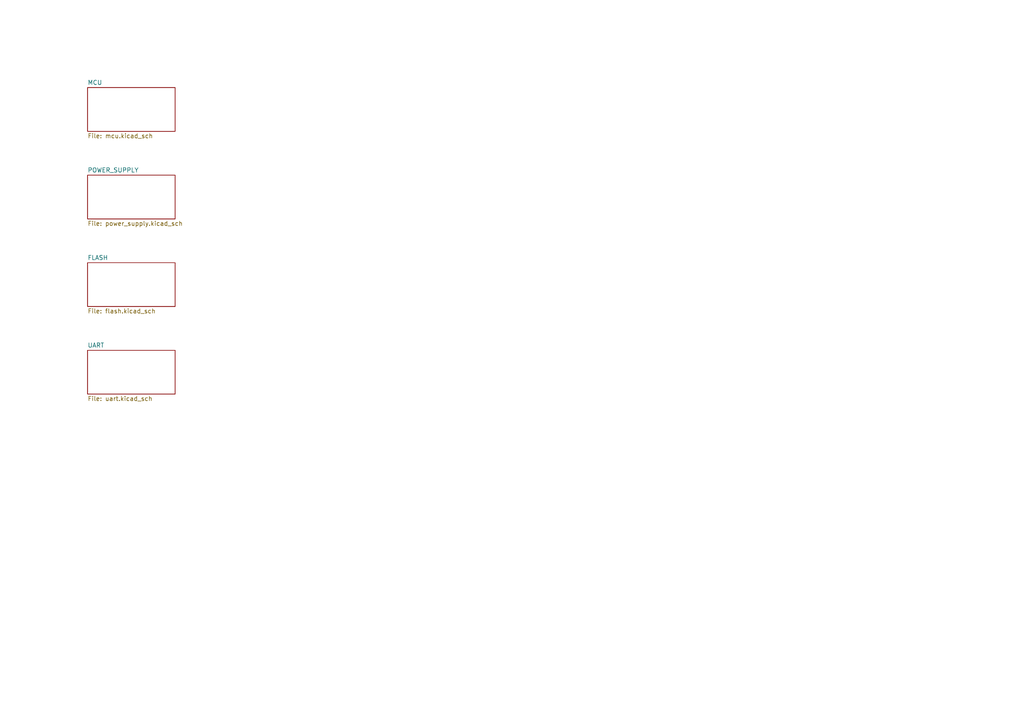
<source format=kicad_sch>
(kicad_sch
	(version 20231120)
	(generator "eeschema")
	(generator_version "8.0")
	(uuid "342e1e7c-839e-4cd3-a9c3-2caee679f2e5")
	(paper "A4")
	(title_block
		(date "2024-10-17")
	)
	(lib_symbols)
	(sheet
		(at 25.4 50.8)
		(size 25.4 12.7)
		(fields_autoplaced yes)
		(stroke
			(width 0.1524)
			(type solid)
		)
		(fill
			(color 0 0 0 0.0000)
		)
		(uuid "13c5de07-3255-4d28-9ff7-29d107a6e2e5")
		(property "Sheetname" "POWER_SUPPLY"
			(at 25.4 50.0884 0)
			(effects
				(font
					(size 1.27 1.27)
				)
				(justify left bottom)
			)
		)
		(property "Sheetfile" "power_supply.kicad_sch"
			(at 25.4 64.0846 0)
			(effects
				(font
					(size 1.27 1.27)
				)
				(justify left top)
			)
		)
		(instances
			(project "stm32G0_mcu"
				(path "/342e1e7c-839e-4cd3-a9c3-2caee679f2e5"
					(page "4")
				)
			)
		)
	)
	(sheet
		(at 25.4 25.4)
		(size 25.4 12.7)
		(fields_autoplaced yes)
		(stroke
			(width 0.1524)
			(type solid)
		)
		(fill
			(color 0 0 0 0.0000)
		)
		(uuid "a7559ae8-f430-4530-8ad5-dc150bb98484")
		(property "Sheetname" "MCU"
			(at 25.4 24.6884 0)
			(effects
				(font
					(size 1.27 1.27)
				)
				(justify left bottom)
			)
		)
		(property "Sheetfile" "mcu.kicad_sch"
			(at 25.4 38.6846 0)
			(effects
				(font
					(size 1.27 1.27)
				)
				(justify left top)
			)
		)
		(instances
			(project "stm32G0_mcu"
				(path "/342e1e7c-839e-4cd3-a9c3-2caee679f2e5"
					(page "2")
				)
			)
		)
	)
	(sheet
		(at 25.4 101.6)
		(size 25.4 12.7)
		(fields_autoplaced yes)
		(stroke
			(width 0.1524)
			(type solid)
		)
		(fill
			(color 0 0 0 0.0000)
		)
		(uuid "c8fc4e98-84a4-49bd-9c1e-386db6d9dbc5")
		(property "Sheetname" "UART"
			(at 25.4 100.8884 0)
			(effects
				(font
					(size 1.27 1.27)
				)
				(justify left bottom)
			)
		)
		(property "Sheetfile" "uart.kicad_sch"
			(at 25.4 114.8846 0)
			(effects
				(font
					(size 1.27 1.27)
				)
				(justify left top)
			)
		)
		(instances
			(project "stm32G0_mcu"
				(path "/342e1e7c-839e-4cd3-a9c3-2caee679f2e5"
					(page "5")
				)
			)
		)
	)
	(sheet
		(at 25.4 76.2)
		(size 25.4 12.7)
		(fields_autoplaced yes)
		(stroke
			(width 0.1524)
			(type solid)
		)
		(fill
			(color 0 0 0 0.0000)
		)
		(uuid "ce8287a7-9509-485d-ad28-d4c6f982b328")
		(property "Sheetname" "FLASH"
			(at 25.4 75.4884 0)
			(effects
				(font
					(size 1.27 1.27)
				)
				(justify left bottom)
			)
		)
		(property "Sheetfile" "flash.kicad_sch"
			(at 25.4 89.4846 0)
			(effects
				(font
					(size 1.27 1.27)
				)
				(justify left top)
			)
		)
		(instances
			(project "stm32G0_mcu"
				(path "/342e1e7c-839e-4cd3-a9c3-2caee679f2e5"
					(page "3")
				)
			)
		)
	)
	(sheet_instances
		(path "/"
			(page "1")
		)
	)
)

</source>
